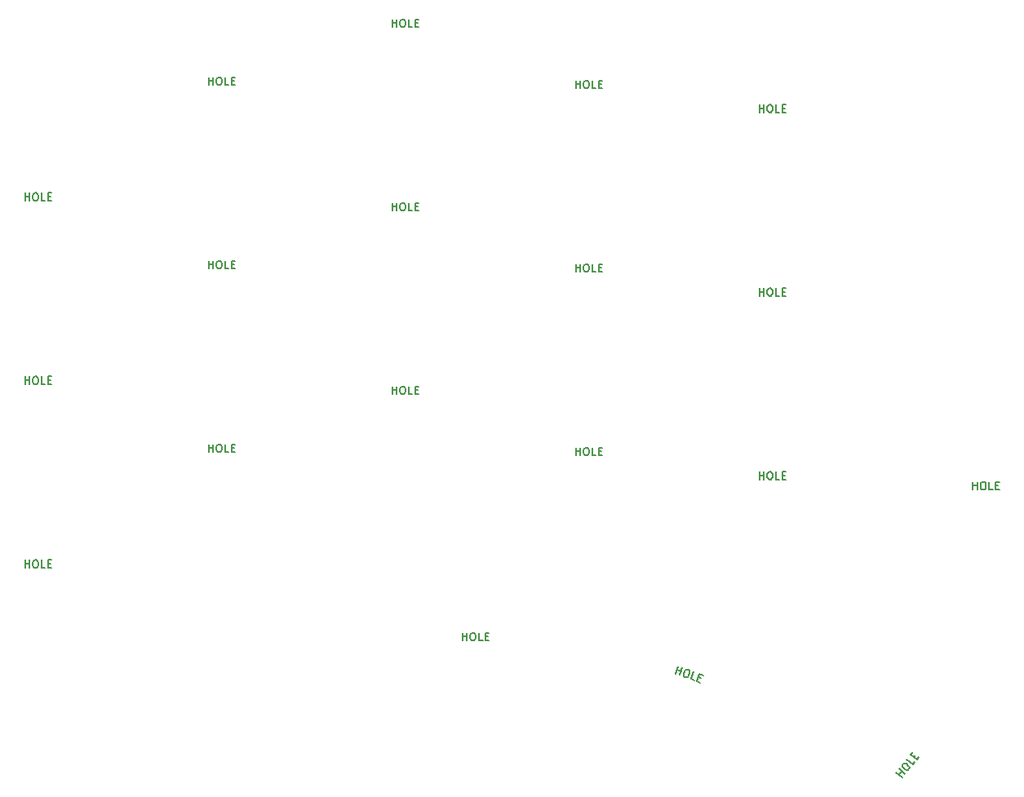
<source format=gto>
%TF.GenerationSoftware,KiCad,Pcbnew,7.0.9*%
%TF.CreationDate,2024-05-22T11:54:58+05:30*%
%TF.ProjectId,UniFi - Plate,556e6946-6920-42d2-9050-6c6174652e6b,rev?*%
%TF.SameCoordinates,Original*%
%TF.FileFunction,Legend,Top*%
%TF.FilePolarity,Positive*%
%FSLAX46Y46*%
G04 Gerber Fmt 4.6, Leading zero omitted, Abs format (unit mm)*
G04 Created by KiCad (PCBNEW 7.0.9) date 2024-05-22 11:54:58*
%MOMM*%
%LPD*%
G01*
G04 APERTURE LIST*
%ADD10C,0.152400*%
G04 APERTURE END LIST*
D10*
X147523933Y-104637461D02*
X147523933Y-103824661D01*
X147523933Y-104211709D02*
X147988390Y-104211709D01*
X147988390Y-104637461D02*
X147988390Y-103824661D01*
X148530257Y-103824661D02*
X148685076Y-103824661D01*
X148685076Y-103824661D02*
X148762486Y-103863366D01*
X148762486Y-103863366D02*
X148839895Y-103940776D01*
X148839895Y-103940776D02*
X148878600Y-104095595D01*
X148878600Y-104095595D02*
X148878600Y-104366528D01*
X148878600Y-104366528D02*
X148839895Y-104521347D01*
X148839895Y-104521347D02*
X148762486Y-104598757D01*
X148762486Y-104598757D02*
X148685076Y-104637461D01*
X148685076Y-104637461D02*
X148530257Y-104637461D01*
X148530257Y-104637461D02*
X148452848Y-104598757D01*
X148452848Y-104598757D02*
X148375438Y-104521347D01*
X148375438Y-104521347D02*
X148336734Y-104366528D01*
X148336734Y-104366528D02*
X148336734Y-104095595D01*
X148336734Y-104095595D02*
X148375438Y-103940776D01*
X148375438Y-103940776D02*
X148452848Y-103863366D01*
X148452848Y-103863366D02*
X148530257Y-103824661D01*
X149613991Y-104637461D02*
X149226943Y-104637461D01*
X149226943Y-104637461D02*
X149226943Y-103824661D01*
X149884924Y-104211709D02*
X150155858Y-104211709D01*
X150271972Y-104637461D02*
X149884924Y-104637461D01*
X149884924Y-104637461D02*
X149884924Y-103824661D01*
X149884924Y-103824661D02*
X150271972Y-103824661D01*
X109423933Y-95798861D02*
X109423933Y-94986061D01*
X109423933Y-95373109D02*
X109888390Y-95373109D01*
X109888390Y-95798861D02*
X109888390Y-94986061D01*
X110430257Y-94986061D02*
X110585076Y-94986061D01*
X110585076Y-94986061D02*
X110662486Y-95024766D01*
X110662486Y-95024766D02*
X110739895Y-95102176D01*
X110739895Y-95102176D02*
X110778600Y-95256995D01*
X110778600Y-95256995D02*
X110778600Y-95527928D01*
X110778600Y-95527928D02*
X110739895Y-95682747D01*
X110739895Y-95682747D02*
X110662486Y-95760157D01*
X110662486Y-95760157D02*
X110585076Y-95798861D01*
X110585076Y-95798861D02*
X110430257Y-95798861D01*
X110430257Y-95798861D02*
X110352848Y-95760157D01*
X110352848Y-95760157D02*
X110275438Y-95682747D01*
X110275438Y-95682747D02*
X110236734Y-95527928D01*
X110236734Y-95527928D02*
X110236734Y-95256995D01*
X110236734Y-95256995D02*
X110275438Y-95102176D01*
X110275438Y-95102176D02*
X110352848Y-95024766D01*
X110352848Y-95024766D02*
X110430257Y-94986061D01*
X111513991Y-95798861D02*
X111126943Y-95798861D01*
X111126943Y-95798861D02*
X111126943Y-94986061D01*
X111784924Y-95373109D02*
X112055858Y-95373109D01*
X112171972Y-95798861D02*
X111784924Y-95798861D01*
X111784924Y-95798861D02*
X111784924Y-94986061D01*
X111784924Y-94986061D02*
X112171972Y-94986061D01*
X116709933Y-121348861D02*
X116709933Y-120536061D01*
X116709933Y-120923109D02*
X117174390Y-120923109D01*
X117174390Y-121348861D02*
X117174390Y-120536061D01*
X117716257Y-120536061D02*
X117871076Y-120536061D01*
X117871076Y-120536061D02*
X117948486Y-120574766D01*
X117948486Y-120574766D02*
X118025895Y-120652176D01*
X118025895Y-120652176D02*
X118064600Y-120806995D01*
X118064600Y-120806995D02*
X118064600Y-121077928D01*
X118064600Y-121077928D02*
X118025895Y-121232747D01*
X118025895Y-121232747D02*
X117948486Y-121310157D01*
X117948486Y-121310157D02*
X117871076Y-121348861D01*
X117871076Y-121348861D02*
X117716257Y-121348861D01*
X117716257Y-121348861D02*
X117638848Y-121310157D01*
X117638848Y-121310157D02*
X117561438Y-121232747D01*
X117561438Y-121232747D02*
X117522734Y-121077928D01*
X117522734Y-121077928D02*
X117522734Y-120806995D01*
X117522734Y-120806995D02*
X117561438Y-120652176D01*
X117561438Y-120652176D02*
X117638848Y-120574766D01*
X117638848Y-120574766D02*
X117716257Y-120536061D01*
X118799991Y-121348861D02*
X118412943Y-121348861D01*
X118412943Y-121348861D02*
X118412943Y-120536061D01*
X119070924Y-120923109D02*
X119341858Y-120923109D01*
X119457972Y-121348861D02*
X119070924Y-121348861D01*
X119070924Y-121348861D02*
X119070924Y-120536061D01*
X119070924Y-120536061D02*
X119457972Y-120536061D01*
X109423933Y-57698861D02*
X109423933Y-56886061D01*
X109423933Y-57273109D02*
X109888390Y-57273109D01*
X109888390Y-57698861D02*
X109888390Y-56886061D01*
X110430257Y-56886061D02*
X110585076Y-56886061D01*
X110585076Y-56886061D02*
X110662486Y-56924766D01*
X110662486Y-56924766D02*
X110739895Y-57002176D01*
X110739895Y-57002176D02*
X110778600Y-57156995D01*
X110778600Y-57156995D02*
X110778600Y-57427928D01*
X110778600Y-57427928D02*
X110739895Y-57582747D01*
X110739895Y-57582747D02*
X110662486Y-57660157D01*
X110662486Y-57660157D02*
X110585076Y-57698861D01*
X110585076Y-57698861D02*
X110430257Y-57698861D01*
X110430257Y-57698861D02*
X110352848Y-57660157D01*
X110352848Y-57660157D02*
X110275438Y-57582747D01*
X110275438Y-57582747D02*
X110236734Y-57427928D01*
X110236734Y-57427928D02*
X110236734Y-57156995D01*
X110236734Y-57156995D02*
X110275438Y-57002176D01*
X110275438Y-57002176D02*
X110352848Y-56924766D01*
X110352848Y-56924766D02*
X110430257Y-56886061D01*
X111513991Y-57698861D02*
X111126943Y-57698861D01*
X111126943Y-57698861D02*
X111126943Y-56886061D01*
X111784924Y-57273109D02*
X112055858Y-57273109D01*
X112171972Y-57698861D02*
X111784924Y-57698861D01*
X111784924Y-57698861D02*
X111784924Y-56886061D01*
X111784924Y-56886061D02*
X112171972Y-56886061D01*
X147523933Y-66537461D02*
X147523933Y-65724661D01*
X147523933Y-66111709D02*
X147988390Y-66111709D01*
X147988390Y-66537461D02*
X147988390Y-65724661D01*
X148530257Y-65724661D02*
X148685076Y-65724661D01*
X148685076Y-65724661D02*
X148762486Y-65763366D01*
X148762486Y-65763366D02*
X148839895Y-65840776D01*
X148839895Y-65840776D02*
X148878600Y-65995595D01*
X148878600Y-65995595D02*
X148878600Y-66266528D01*
X148878600Y-66266528D02*
X148839895Y-66421347D01*
X148839895Y-66421347D02*
X148762486Y-66498757D01*
X148762486Y-66498757D02*
X148685076Y-66537461D01*
X148685076Y-66537461D02*
X148530257Y-66537461D01*
X148530257Y-66537461D02*
X148452848Y-66498757D01*
X148452848Y-66498757D02*
X148375438Y-66421347D01*
X148375438Y-66421347D02*
X148336734Y-66266528D01*
X148336734Y-66266528D02*
X148336734Y-65995595D01*
X148336734Y-65995595D02*
X148375438Y-65840776D01*
X148375438Y-65840776D02*
X148452848Y-65763366D01*
X148452848Y-65763366D02*
X148530257Y-65724661D01*
X149613991Y-66537461D02*
X149226943Y-66537461D01*
X149226943Y-66537461D02*
X149226943Y-65724661D01*
X149884924Y-66111709D02*
X150155858Y-66111709D01*
X150271972Y-66537461D02*
X149884924Y-66537461D01*
X149884924Y-66537461D02*
X149884924Y-65724661D01*
X149884924Y-65724661D02*
X150271972Y-65724661D01*
X128473933Y-64037461D02*
X128473933Y-63224661D01*
X128473933Y-63611709D02*
X128938390Y-63611709D01*
X128938390Y-64037461D02*
X128938390Y-63224661D01*
X129480257Y-63224661D02*
X129635076Y-63224661D01*
X129635076Y-63224661D02*
X129712486Y-63263366D01*
X129712486Y-63263366D02*
X129789895Y-63340776D01*
X129789895Y-63340776D02*
X129828600Y-63495595D01*
X129828600Y-63495595D02*
X129828600Y-63766528D01*
X129828600Y-63766528D02*
X129789895Y-63921347D01*
X129789895Y-63921347D02*
X129712486Y-63998757D01*
X129712486Y-63998757D02*
X129635076Y-64037461D01*
X129635076Y-64037461D02*
X129480257Y-64037461D01*
X129480257Y-64037461D02*
X129402848Y-63998757D01*
X129402848Y-63998757D02*
X129325438Y-63921347D01*
X129325438Y-63921347D02*
X129286734Y-63766528D01*
X129286734Y-63766528D02*
X129286734Y-63495595D01*
X129286734Y-63495595D02*
X129325438Y-63340776D01*
X129325438Y-63340776D02*
X129402848Y-63263366D01*
X129402848Y-63263366D02*
X129480257Y-63224661D01*
X130563991Y-64037461D02*
X130176943Y-64037461D01*
X130176943Y-64037461D02*
X130176943Y-63224661D01*
X130834924Y-63611709D02*
X131105858Y-63611709D01*
X131221972Y-64037461D02*
X130834924Y-64037461D01*
X130834924Y-64037461D02*
X130834924Y-63224661D01*
X130834924Y-63224661D02*
X131221972Y-63224661D01*
X147523933Y-85587461D02*
X147523933Y-84774661D01*
X147523933Y-85161709D02*
X147988390Y-85161709D01*
X147988390Y-85587461D02*
X147988390Y-84774661D01*
X148530257Y-84774661D02*
X148685076Y-84774661D01*
X148685076Y-84774661D02*
X148762486Y-84813366D01*
X148762486Y-84813366D02*
X148839895Y-84890776D01*
X148839895Y-84890776D02*
X148878600Y-85045595D01*
X148878600Y-85045595D02*
X148878600Y-85316528D01*
X148878600Y-85316528D02*
X148839895Y-85471347D01*
X148839895Y-85471347D02*
X148762486Y-85548757D01*
X148762486Y-85548757D02*
X148685076Y-85587461D01*
X148685076Y-85587461D02*
X148530257Y-85587461D01*
X148530257Y-85587461D02*
X148452848Y-85548757D01*
X148452848Y-85548757D02*
X148375438Y-85471347D01*
X148375438Y-85471347D02*
X148336734Y-85316528D01*
X148336734Y-85316528D02*
X148336734Y-85045595D01*
X148336734Y-85045595D02*
X148375438Y-84890776D01*
X148375438Y-84890776D02*
X148452848Y-84813366D01*
X148452848Y-84813366D02*
X148530257Y-84774661D01*
X149613991Y-85587461D02*
X149226943Y-85587461D01*
X149226943Y-85587461D02*
X149226943Y-84774661D01*
X149884924Y-85161709D02*
X150155858Y-85161709D01*
X150271972Y-85587461D02*
X149884924Y-85587461D01*
X149884924Y-85587461D02*
X149884924Y-84774661D01*
X149884924Y-84774661D02*
X150271972Y-84774661D01*
X162323287Y-135539661D02*
X161700646Y-135017203D01*
X161997141Y-135265992D02*
X162295689Y-134910198D01*
X162621834Y-135183866D02*
X161999193Y-134661408D01*
X162347498Y-134246314D02*
X162447014Y-134127716D01*
X162447014Y-134127716D02*
X162526421Y-134093296D01*
X162526421Y-134093296D02*
X162635478Y-134083754D01*
X162635478Y-134083754D02*
X162778956Y-134153621D01*
X162778956Y-134153621D02*
X162986503Y-134327773D01*
X162986503Y-134327773D02*
X163080222Y-134456939D01*
X163080222Y-134456939D02*
X163089763Y-134565996D01*
X163089763Y-134565996D02*
X163069655Y-134650174D01*
X163069655Y-134650174D02*
X162970139Y-134768772D01*
X162970139Y-134768772D02*
X162890732Y-134803192D01*
X162890732Y-134803192D02*
X162781675Y-134812733D01*
X162781675Y-134812733D02*
X162638197Y-134742867D01*
X162638197Y-134742867D02*
X162430650Y-134568715D01*
X162430650Y-134568715D02*
X162336931Y-134439549D01*
X162336931Y-134439549D02*
X162327390Y-134330492D01*
X162327390Y-134330492D02*
X162347498Y-134246314D01*
X163666750Y-133938584D02*
X163417960Y-134235079D01*
X163417960Y-134235079D02*
X162795319Y-133712622D01*
X163514757Y-133457368D02*
X163688910Y-133249821D01*
X164089692Y-133434541D02*
X163840902Y-133731037D01*
X163840902Y-133731037D02*
X163218261Y-133208579D01*
X163218261Y-133208579D02*
X163467051Y-132912083D01*
X128473933Y-83087461D02*
X128473933Y-82274661D01*
X128473933Y-82661709D02*
X128938390Y-82661709D01*
X128938390Y-83087461D02*
X128938390Y-82274661D01*
X129480257Y-82274661D02*
X129635076Y-82274661D01*
X129635076Y-82274661D02*
X129712486Y-82313366D01*
X129712486Y-82313366D02*
X129789895Y-82390776D01*
X129789895Y-82390776D02*
X129828600Y-82545595D01*
X129828600Y-82545595D02*
X129828600Y-82816528D01*
X129828600Y-82816528D02*
X129789895Y-82971347D01*
X129789895Y-82971347D02*
X129712486Y-83048757D01*
X129712486Y-83048757D02*
X129635076Y-83087461D01*
X129635076Y-83087461D02*
X129480257Y-83087461D01*
X129480257Y-83087461D02*
X129402848Y-83048757D01*
X129402848Y-83048757D02*
X129325438Y-82971347D01*
X129325438Y-82971347D02*
X129286734Y-82816528D01*
X129286734Y-82816528D02*
X129286734Y-82545595D01*
X129286734Y-82545595D02*
X129325438Y-82390776D01*
X129325438Y-82390776D02*
X129402848Y-82313366D01*
X129402848Y-82313366D02*
X129480257Y-82274661D01*
X130563991Y-83087461D02*
X130176943Y-83087461D01*
X130176943Y-83087461D02*
X130176943Y-82274661D01*
X130834924Y-82661709D02*
X131105858Y-82661709D01*
X131221972Y-83087461D02*
X130834924Y-83087461D01*
X130834924Y-83087461D02*
X130834924Y-82274661D01*
X130834924Y-82274661D02*
X131221972Y-82274661D01*
X71323933Y-94748861D02*
X71323933Y-93936061D01*
X71323933Y-94323109D02*
X71788390Y-94323109D01*
X71788390Y-94748861D02*
X71788390Y-93936061D01*
X72330257Y-93936061D02*
X72485076Y-93936061D01*
X72485076Y-93936061D02*
X72562486Y-93974766D01*
X72562486Y-93974766D02*
X72639895Y-94052176D01*
X72639895Y-94052176D02*
X72678600Y-94206995D01*
X72678600Y-94206995D02*
X72678600Y-94477928D01*
X72678600Y-94477928D02*
X72639895Y-94632747D01*
X72639895Y-94632747D02*
X72562486Y-94710157D01*
X72562486Y-94710157D02*
X72485076Y-94748861D01*
X72485076Y-94748861D02*
X72330257Y-94748861D01*
X72330257Y-94748861D02*
X72252848Y-94710157D01*
X72252848Y-94710157D02*
X72175438Y-94632747D01*
X72175438Y-94632747D02*
X72136734Y-94477928D01*
X72136734Y-94477928D02*
X72136734Y-94206995D01*
X72136734Y-94206995D02*
X72175438Y-94052176D01*
X72175438Y-94052176D02*
X72252848Y-93974766D01*
X72252848Y-93974766D02*
X72330257Y-93936061D01*
X73413991Y-94748861D02*
X73026943Y-94748861D01*
X73026943Y-94748861D02*
X73026943Y-93936061D01*
X73684924Y-94323109D02*
X73955858Y-94323109D01*
X74071972Y-94748861D02*
X73684924Y-94748861D01*
X73684924Y-94748861D02*
X73684924Y-93936061D01*
X73684924Y-93936061D02*
X74071972Y-93936061D01*
X138808354Y-124763743D02*
X139086348Y-123999961D01*
X138953970Y-124363667D02*
X139390417Y-124522521D01*
X139244801Y-124922597D02*
X139522795Y-124158815D01*
X140031983Y-124344144D02*
X140177465Y-124397096D01*
X140177465Y-124397096D02*
X140236969Y-124459942D01*
X140236969Y-124459942D02*
X140283234Y-124559159D01*
X140283234Y-124559159D02*
X140266654Y-124717879D01*
X140266654Y-124717879D02*
X140173989Y-124972473D01*
X140173989Y-124972473D02*
X140084667Y-125104717D01*
X140084667Y-125104717D02*
X139985450Y-125150983D01*
X139985450Y-125150983D02*
X139899471Y-125160878D01*
X139899471Y-125160878D02*
X139753989Y-125107927D01*
X139753989Y-125107927D02*
X139694486Y-125045080D01*
X139694486Y-125045080D02*
X139648220Y-124945864D01*
X139648220Y-124945864D02*
X139664801Y-124787143D01*
X139664801Y-124787143D02*
X139757466Y-124532549D01*
X139757466Y-124532549D02*
X139846787Y-124400305D01*
X139846787Y-124400305D02*
X139946004Y-124354039D01*
X139946004Y-124354039D02*
X140031983Y-124344144D01*
X140772366Y-125478585D02*
X140408660Y-125346207D01*
X140408660Y-125346207D02*
X140686654Y-124582425D01*
X141172576Y-125171174D02*
X141427170Y-125263838D01*
X141390665Y-125703628D02*
X141026960Y-125571250D01*
X141026960Y-125571250D02*
X141304954Y-124807468D01*
X141304954Y-124807468D02*
X141668659Y-124939846D01*
X169645333Y-105677461D02*
X169645333Y-104864661D01*
X169645333Y-105251709D02*
X170109790Y-105251709D01*
X170109790Y-105677461D02*
X170109790Y-104864661D01*
X170651657Y-104864661D02*
X170806476Y-104864661D01*
X170806476Y-104864661D02*
X170883886Y-104903366D01*
X170883886Y-104903366D02*
X170961295Y-104980776D01*
X170961295Y-104980776D02*
X171000000Y-105135595D01*
X171000000Y-105135595D02*
X171000000Y-105406528D01*
X171000000Y-105406528D02*
X170961295Y-105561347D01*
X170961295Y-105561347D02*
X170883886Y-105638757D01*
X170883886Y-105638757D02*
X170806476Y-105677461D01*
X170806476Y-105677461D02*
X170651657Y-105677461D01*
X170651657Y-105677461D02*
X170574248Y-105638757D01*
X170574248Y-105638757D02*
X170496838Y-105561347D01*
X170496838Y-105561347D02*
X170458134Y-105406528D01*
X170458134Y-105406528D02*
X170458134Y-105135595D01*
X170458134Y-105135595D02*
X170496838Y-104980776D01*
X170496838Y-104980776D02*
X170574248Y-104903366D01*
X170574248Y-104903366D02*
X170651657Y-104864661D01*
X171735391Y-105677461D02*
X171348343Y-105677461D01*
X171348343Y-105677461D02*
X171348343Y-104864661D01*
X172006324Y-105251709D02*
X172277258Y-105251709D01*
X172393372Y-105677461D02*
X172006324Y-105677461D01*
X172006324Y-105677461D02*
X172006324Y-104864661D01*
X172006324Y-104864661D02*
X172393372Y-104864661D01*
X90373933Y-82748861D02*
X90373933Y-81936061D01*
X90373933Y-82323109D02*
X90838390Y-82323109D01*
X90838390Y-82748861D02*
X90838390Y-81936061D01*
X91380257Y-81936061D02*
X91535076Y-81936061D01*
X91535076Y-81936061D02*
X91612486Y-81974766D01*
X91612486Y-81974766D02*
X91689895Y-82052176D01*
X91689895Y-82052176D02*
X91728600Y-82206995D01*
X91728600Y-82206995D02*
X91728600Y-82477928D01*
X91728600Y-82477928D02*
X91689895Y-82632747D01*
X91689895Y-82632747D02*
X91612486Y-82710157D01*
X91612486Y-82710157D02*
X91535076Y-82748861D01*
X91535076Y-82748861D02*
X91380257Y-82748861D01*
X91380257Y-82748861D02*
X91302848Y-82710157D01*
X91302848Y-82710157D02*
X91225438Y-82632747D01*
X91225438Y-82632747D02*
X91186734Y-82477928D01*
X91186734Y-82477928D02*
X91186734Y-82206995D01*
X91186734Y-82206995D02*
X91225438Y-82052176D01*
X91225438Y-82052176D02*
X91302848Y-81974766D01*
X91302848Y-81974766D02*
X91380257Y-81936061D01*
X92463991Y-82748861D02*
X92076943Y-82748861D01*
X92076943Y-82748861D02*
X92076943Y-81936061D01*
X92734924Y-82323109D02*
X93005858Y-82323109D01*
X93121972Y-82748861D02*
X92734924Y-82748861D01*
X92734924Y-82748861D02*
X92734924Y-81936061D01*
X92734924Y-81936061D02*
X93121972Y-81936061D01*
X90373933Y-63698861D02*
X90373933Y-62886061D01*
X90373933Y-63273109D02*
X90838390Y-63273109D01*
X90838390Y-63698861D02*
X90838390Y-62886061D01*
X91380257Y-62886061D02*
X91535076Y-62886061D01*
X91535076Y-62886061D02*
X91612486Y-62924766D01*
X91612486Y-62924766D02*
X91689895Y-63002176D01*
X91689895Y-63002176D02*
X91728600Y-63156995D01*
X91728600Y-63156995D02*
X91728600Y-63427928D01*
X91728600Y-63427928D02*
X91689895Y-63582747D01*
X91689895Y-63582747D02*
X91612486Y-63660157D01*
X91612486Y-63660157D02*
X91535076Y-63698861D01*
X91535076Y-63698861D02*
X91380257Y-63698861D01*
X91380257Y-63698861D02*
X91302848Y-63660157D01*
X91302848Y-63660157D02*
X91225438Y-63582747D01*
X91225438Y-63582747D02*
X91186734Y-63427928D01*
X91186734Y-63427928D02*
X91186734Y-63156995D01*
X91186734Y-63156995D02*
X91225438Y-63002176D01*
X91225438Y-63002176D02*
X91302848Y-62924766D01*
X91302848Y-62924766D02*
X91380257Y-62886061D01*
X92463991Y-63698861D02*
X92076943Y-63698861D01*
X92076943Y-63698861D02*
X92076943Y-62886061D01*
X92734924Y-63273109D02*
X93005858Y-63273109D01*
X93121972Y-63698861D02*
X92734924Y-63698861D01*
X92734924Y-63698861D02*
X92734924Y-62886061D01*
X92734924Y-62886061D02*
X93121972Y-62886061D01*
X71323933Y-75698861D02*
X71323933Y-74886061D01*
X71323933Y-75273109D02*
X71788390Y-75273109D01*
X71788390Y-75698861D02*
X71788390Y-74886061D01*
X72330257Y-74886061D02*
X72485076Y-74886061D01*
X72485076Y-74886061D02*
X72562486Y-74924766D01*
X72562486Y-74924766D02*
X72639895Y-75002176D01*
X72639895Y-75002176D02*
X72678600Y-75156995D01*
X72678600Y-75156995D02*
X72678600Y-75427928D01*
X72678600Y-75427928D02*
X72639895Y-75582747D01*
X72639895Y-75582747D02*
X72562486Y-75660157D01*
X72562486Y-75660157D02*
X72485076Y-75698861D01*
X72485076Y-75698861D02*
X72330257Y-75698861D01*
X72330257Y-75698861D02*
X72252848Y-75660157D01*
X72252848Y-75660157D02*
X72175438Y-75582747D01*
X72175438Y-75582747D02*
X72136734Y-75427928D01*
X72136734Y-75427928D02*
X72136734Y-75156995D01*
X72136734Y-75156995D02*
X72175438Y-75002176D01*
X72175438Y-75002176D02*
X72252848Y-74924766D01*
X72252848Y-74924766D02*
X72330257Y-74886061D01*
X73413991Y-75698861D02*
X73026943Y-75698861D01*
X73026943Y-75698861D02*
X73026943Y-74886061D01*
X73684924Y-75273109D02*
X73955858Y-75273109D01*
X74071972Y-75698861D02*
X73684924Y-75698861D01*
X73684924Y-75698861D02*
X73684924Y-74886061D01*
X73684924Y-74886061D02*
X74071972Y-74886061D01*
X71323933Y-113798861D02*
X71323933Y-112986061D01*
X71323933Y-113373109D02*
X71788390Y-113373109D01*
X71788390Y-113798861D02*
X71788390Y-112986061D01*
X72330257Y-112986061D02*
X72485076Y-112986061D01*
X72485076Y-112986061D02*
X72562486Y-113024766D01*
X72562486Y-113024766D02*
X72639895Y-113102176D01*
X72639895Y-113102176D02*
X72678600Y-113256995D01*
X72678600Y-113256995D02*
X72678600Y-113527928D01*
X72678600Y-113527928D02*
X72639895Y-113682747D01*
X72639895Y-113682747D02*
X72562486Y-113760157D01*
X72562486Y-113760157D02*
X72485076Y-113798861D01*
X72485076Y-113798861D02*
X72330257Y-113798861D01*
X72330257Y-113798861D02*
X72252848Y-113760157D01*
X72252848Y-113760157D02*
X72175438Y-113682747D01*
X72175438Y-113682747D02*
X72136734Y-113527928D01*
X72136734Y-113527928D02*
X72136734Y-113256995D01*
X72136734Y-113256995D02*
X72175438Y-113102176D01*
X72175438Y-113102176D02*
X72252848Y-113024766D01*
X72252848Y-113024766D02*
X72330257Y-112986061D01*
X73413991Y-113798861D02*
X73026943Y-113798861D01*
X73026943Y-113798861D02*
X73026943Y-112986061D01*
X73684924Y-113373109D02*
X73955858Y-113373109D01*
X74071972Y-113798861D02*
X73684924Y-113798861D01*
X73684924Y-113798861D02*
X73684924Y-112986061D01*
X73684924Y-112986061D02*
X74071972Y-112986061D01*
X109423933Y-76748861D02*
X109423933Y-75936061D01*
X109423933Y-76323109D02*
X109888390Y-76323109D01*
X109888390Y-76748861D02*
X109888390Y-75936061D01*
X110430257Y-75936061D02*
X110585076Y-75936061D01*
X110585076Y-75936061D02*
X110662486Y-75974766D01*
X110662486Y-75974766D02*
X110739895Y-76052176D01*
X110739895Y-76052176D02*
X110778600Y-76206995D01*
X110778600Y-76206995D02*
X110778600Y-76477928D01*
X110778600Y-76477928D02*
X110739895Y-76632747D01*
X110739895Y-76632747D02*
X110662486Y-76710157D01*
X110662486Y-76710157D02*
X110585076Y-76748861D01*
X110585076Y-76748861D02*
X110430257Y-76748861D01*
X110430257Y-76748861D02*
X110352848Y-76710157D01*
X110352848Y-76710157D02*
X110275438Y-76632747D01*
X110275438Y-76632747D02*
X110236734Y-76477928D01*
X110236734Y-76477928D02*
X110236734Y-76206995D01*
X110236734Y-76206995D02*
X110275438Y-76052176D01*
X110275438Y-76052176D02*
X110352848Y-75974766D01*
X110352848Y-75974766D02*
X110430257Y-75936061D01*
X111513991Y-76748861D02*
X111126943Y-76748861D01*
X111126943Y-76748861D02*
X111126943Y-75936061D01*
X111784924Y-76323109D02*
X112055858Y-76323109D01*
X112171972Y-76748861D02*
X111784924Y-76748861D01*
X111784924Y-76748861D02*
X111784924Y-75936061D01*
X111784924Y-75936061D02*
X112171972Y-75936061D01*
X90373933Y-101808861D02*
X90373933Y-100996061D01*
X90373933Y-101383109D02*
X90838390Y-101383109D01*
X90838390Y-101808861D02*
X90838390Y-100996061D01*
X91380257Y-100996061D02*
X91535076Y-100996061D01*
X91535076Y-100996061D02*
X91612486Y-101034766D01*
X91612486Y-101034766D02*
X91689895Y-101112176D01*
X91689895Y-101112176D02*
X91728600Y-101266995D01*
X91728600Y-101266995D02*
X91728600Y-101537928D01*
X91728600Y-101537928D02*
X91689895Y-101692747D01*
X91689895Y-101692747D02*
X91612486Y-101770157D01*
X91612486Y-101770157D02*
X91535076Y-101808861D01*
X91535076Y-101808861D02*
X91380257Y-101808861D01*
X91380257Y-101808861D02*
X91302848Y-101770157D01*
X91302848Y-101770157D02*
X91225438Y-101692747D01*
X91225438Y-101692747D02*
X91186734Y-101537928D01*
X91186734Y-101537928D02*
X91186734Y-101266995D01*
X91186734Y-101266995D02*
X91225438Y-101112176D01*
X91225438Y-101112176D02*
X91302848Y-101034766D01*
X91302848Y-101034766D02*
X91380257Y-100996061D01*
X92463991Y-101808861D02*
X92076943Y-101808861D01*
X92076943Y-101808861D02*
X92076943Y-100996061D01*
X92734924Y-101383109D02*
X93005858Y-101383109D01*
X93121972Y-101808861D02*
X92734924Y-101808861D01*
X92734924Y-101808861D02*
X92734924Y-100996061D01*
X92734924Y-100996061D02*
X93121972Y-100996061D01*
X128473933Y-102137461D02*
X128473933Y-101324661D01*
X128473933Y-101711709D02*
X128938390Y-101711709D01*
X128938390Y-102137461D02*
X128938390Y-101324661D01*
X129480257Y-101324661D02*
X129635076Y-101324661D01*
X129635076Y-101324661D02*
X129712486Y-101363366D01*
X129712486Y-101363366D02*
X129789895Y-101440776D01*
X129789895Y-101440776D02*
X129828600Y-101595595D01*
X129828600Y-101595595D02*
X129828600Y-101866528D01*
X129828600Y-101866528D02*
X129789895Y-102021347D01*
X129789895Y-102021347D02*
X129712486Y-102098757D01*
X129712486Y-102098757D02*
X129635076Y-102137461D01*
X129635076Y-102137461D02*
X129480257Y-102137461D01*
X129480257Y-102137461D02*
X129402848Y-102098757D01*
X129402848Y-102098757D02*
X129325438Y-102021347D01*
X129325438Y-102021347D02*
X129286734Y-101866528D01*
X129286734Y-101866528D02*
X129286734Y-101595595D01*
X129286734Y-101595595D02*
X129325438Y-101440776D01*
X129325438Y-101440776D02*
X129402848Y-101363366D01*
X129402848Y-101363366D02*
X129480257Y-101324661D01*
X130563991Y-102137461D02*
X130176943Y-102137461D01*
X130176943Y-102137461D02*
X130176943Y-101324661D01*
X130834924Y-101711709D02*
X131105858Y-101711709D01*
X131221972Y-102137461D02*
X130834924Y-102137461D01*
X130834924Y-102137461D02*
X130834924Y-101324661D01*
X130834924Y-101324661D02*
X131221972Y-101324661D01*
M02*

</source>
